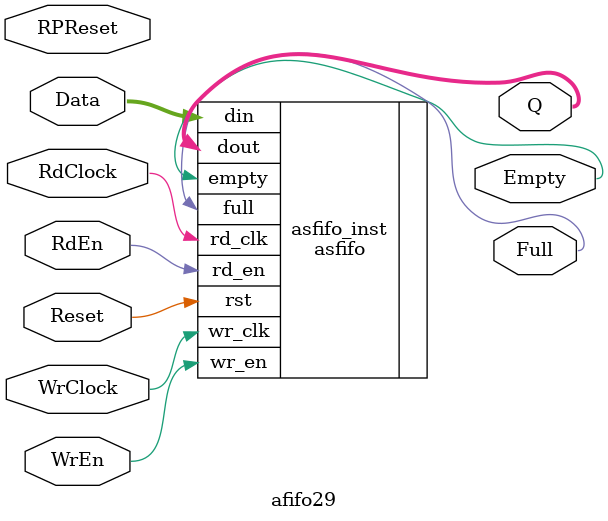
<source format=v>
`default_nettype none
module afifo29 (
        input wire [28:0] Data,
        input wire WrClock,
        input wire RdClock,
        input wire WrEn,
        input wire RdEn,
        input wire Reset,
        input wire RPReset,
        output wire [28:0] Q,
        output wire Empty,
        output wire Full
);

asfifo # (
        .DATA_WIDTH(29),
        .ADDRESS_WIDTH(12)
) asfifo_inst (
        .dout(Q), 
        .empty(Empty),
        .rd_en(RdEn),
        .rd_clk(RdClock),        
        .din(Data),  
        .full(Full),
        .wr_en(WrEn),
        .wr_clk(WrClock),
        .rst(Reset)
);

endmodule
`default_nettype wire

</source>
